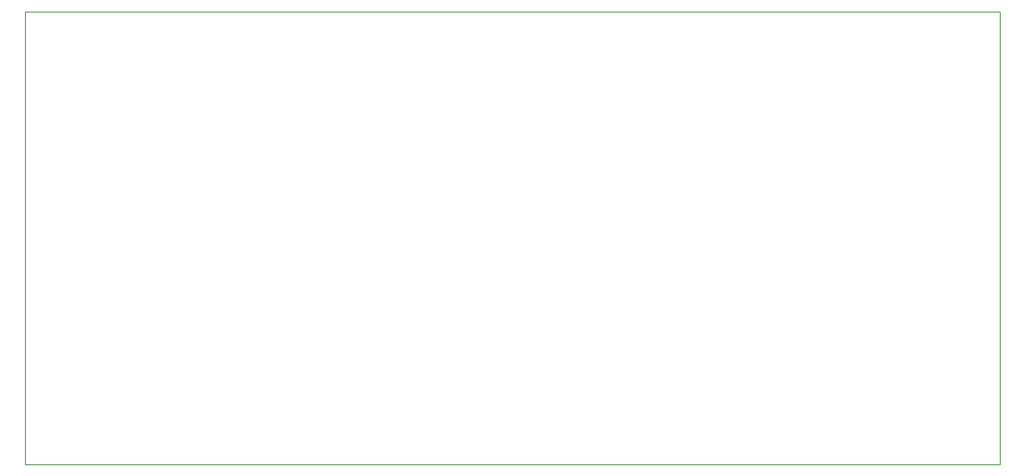
<source format=gbr>
%TF.GenerationSoftware,KiCad,Pcbnew,(5.1.6)-1*%
%TF.CreationDate,2020-09-22T22:21:25+03:00*%
%TF.ProjectId,ZX Keyboard_buttons,5a58204b-6579-4626-9f61-72645f627574,rev?*%
%TF.SameCoordinates,Original*%
%TF.FileFunction,Profile,NP*%
%FSLAX46Y46*%
G04 Gerber Fmt 4.6, Leading zero omitted, Abs format (unit mm)*
G04 Created by KiCad (PCBNEW (5.1.6)-1) date 2020-09-22 22:21:25*
%MOMM*%
%LPD*%
G01*
G04 APERTURE LIST*
%TA.AperFunction,Profile*%
%ADD10C,0.050000*%
%TD*%
G04 APERTURE END LIST*
D10*
X28000000Y-139000000D02*
X28000000Y-93000000D01*
X127000000Y-139000000D02*
X28000000Y-139000000D01*
X127000000Y-93000000D02*
X127000000Y-139000000D01*
X28000000Y-93000000D02*
X127000000Y-93000000D01*
M02*

</source>
